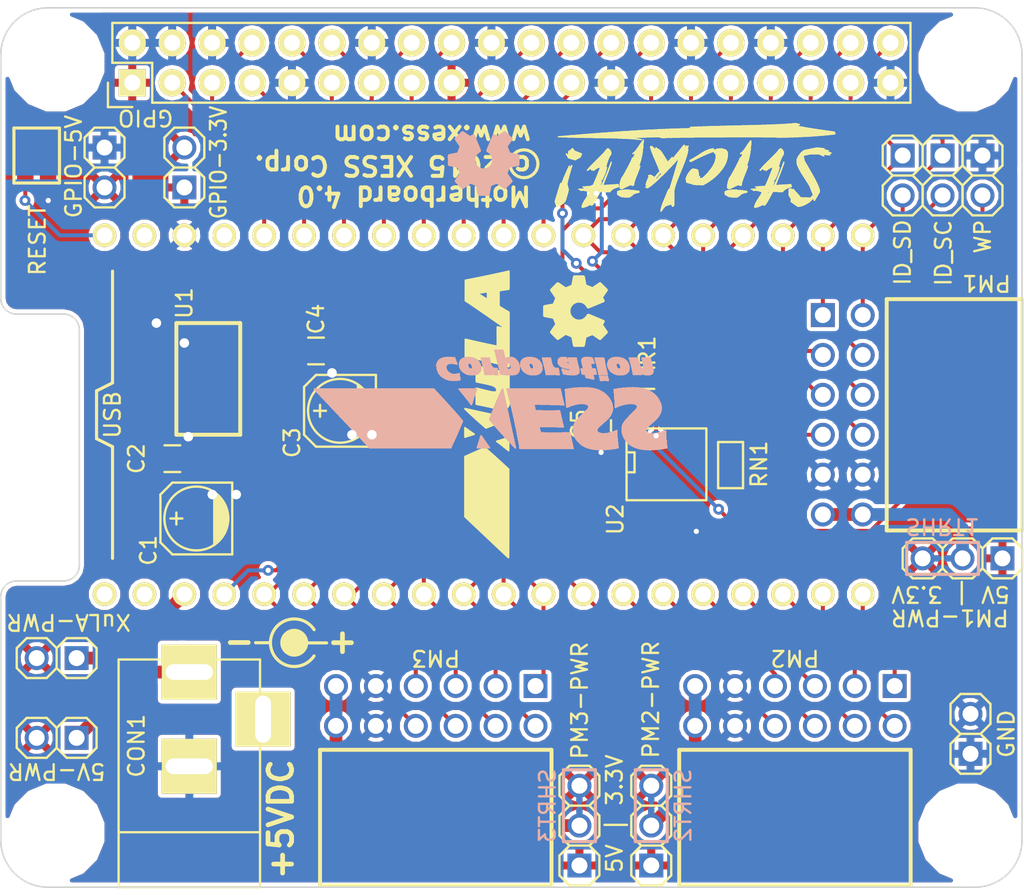
<source format=kicad_pcb>
(kicad_pcb (version 4) (host pcbnew "(2015-03-15 BZR 5517)-product")
  (title_block (title "StickIt! Motherboard / Raspberry Pi B+ Hat") (date "Thursday, April 02, 2015") (rev 4.0) (company "XESS Corp.") (comment 1 "(c) 2015") (comment 2 CC-BY-SA))
  (layers (0 F.Cu signal) (31 B.Cu signal) (34 B.Paste user hide) (35 F.Paste user hide) (36 B.SilkS user) (37 F.SilkS user) (38 B.Mask user) (39 F.Mask user) (44 Edge.Cuts user))
  (net 0 "")
  (net 1 "Net-(J1-Pad1)")
  (net 2 "Net-(CON1-Pad1)")
  (net 3 "Net-(CON1-Pad3)")
  (net 4 +3.3V)
  (net 5 +5V)
  (net 6 GND)
  (net 7 "Net-(J4-Pad1)")
  (net 8 "Net-(J5-Pad1)")
  (net 9 CHAN6)
  (net 10 CHAN5)
  (net 11 CHAN4)
  (net 12 CHAN2)
  (net 13 CHAN3)
  (net 14 CHAN0)
  (net 15 CHAN1)
  (net 16 CHANCLK)
  (net 17 +5V-XuLA)
  (net 18 CHAN31)
  (net 19 CHAN30)
  (net 20 CHAN29)
  (net 21 CHAN28)
  (net 22 CHAN27)
  (net 23 CHAN26)
  (net 24 CHAN25)
  (net 25 CHAN24)
  (net 26 CHAN23)
  (net 27 CHAN22)
  (net 28 CHAN21)
  (net 29 CHAN20)
  (net 30 CHAN19)
  (net 31 CHAN18)
  (net 32 CHAN17)
  (net 33 CHAN16)
  (net 34 CHAN15)
  (net 35 CHAN7)
  (net 36 CHAN8)
  (net 37 CHAN9)
  (net 38 CHAN10)
  (net 39 CHAN11)
  (net 40 CHAN12)
  (net 41 CHAN13)
  (net 42 CHAN14)
  (net 43 ID_SD)
  (net 44 ID_SC)
  (net 45 "Net-(J3-Pad1)")
  (net 46 +5V-RPi)
  (net 47 +3.3V-RPi)
  (net 48 "Net-(J1-Pad2)")
  (net 49 "Net-(J1-Pad37)")
  (net 50 "Net-(J1-Pad39)")
  (net 51 "Net-(J1-Pad40)")
  (net 52 "Net-(JP8-Pad2)")
  (module XESS:oshw-logo2 (layer B.Cu) (at 30.734 10.414)
    (fp_text reference "" (at 0.69 1.09) (layer B.SilkS) (effects (justify mirror)))
    (fp_text value "" (at 0 0) (layer B.SilkS) (effects (justify mirror)))
  )
  (module XESS:CTS_742C043 (layer F.Cu) (at 46.45 29.62)
    (fp_text reference RN1 (at 1.81 -0.0544 90) (layer F.SilkS))
    (fp_text value 3.9K hide)
    (pad 1 smd rect (at -0.4 0.85) (size 0.45 0.9) (layers F.Cu F.Paste F.Mask) (net 4 +3.3V))
    (pad 2 smd rect (at 0.4 0.85) (size 0.45 0.9) (layers F.Cu F.Paste F.Mask) (net 4 +3.3V))
    (pad 3 smd rect (at 0.4 -0.85) (size 0.45 0.9) (layers F.Cu F.Paste F.Mask) (net 43 ID_SD))
    (pad 4 smd rect (at -0.4 -0.85) (size 0.45 0.9) (layers F.Cu F.Paste F.Mask) (net 44 ID_SC))
  )
  (module Connect:BARREL_JACK (layer F.Cu) (at 12 49 90)
    (fp_text reference CON1 (at 1.502 -3.364 90) (layer F.SilkS))
    (fp_text value BARREL_JACK)
    (pad 1 thru_hole rect (at 6.20014 0 90) (size 3.50012 3.50012) (drill oval 1.00076 2.99974) (layers *.Cu *.Mask F.SilkS) (net 2 "Net-(CON1-Pad1)"))
    (pad 2 thru_hole rect (at 0.20066 0 90) (size 3.50012 3.50012) (drill oval 1.00076 2.99974) (layers *.Cu *.Mask F.SilkS) (net 6 GND))
    (pad 3 thru_hole rect (at 3.2004 4.699 90) (size 3.50012 3.50012) (drill oval 2.99974 1.00076) (layers *.Cu *.Mask F.SilkS) (net 3 "Net-(CON1-Pad3)"))
  )
  (module XESS:xess-JSHORT (layer B.Cu) (at 60.25 35.55 180)
    (fp_text reference J3 hide)
    (fp_text value JSHORTNORMAL hide)
    (fp_line (start 0 0) (end 0.635 0) (layer B.Cu) (width 0.2032))
    (pad 1 smd rect (at 0 0 180) (size 0.4064 0.2032) (layers B.Cu B.Paste B.Mask) (net 45 "Net-(J3-Pad1)"))
    (pad 2 smd rect (at 0.635 0 180) (size 0.4064 0.2032) (layers B.Cu B.Paste B.Mask) (net 4 +3.3V))
  )
  (module XESS:XuLA_IO_Hdr (layer F.Cu) (at 6.604 37.846 90)
    (fp_text reference J1 hide)
    (fp_text value XuLA_IO_HDR hide)
    (pad 1 thru_hole circle (at 0 0 90) (size 1.5 1.5) (drill 1) (layers *.Cu *.Mask F.SilkS) (net 1 "Net-(J1-Pad1)"))
    (pad 2 thru_hole circle (at 0 2.54 90) (size 1.5 1.5) (drill 1) (layers *.Cu *.Mask F.SilkS) (net 48 "Net-(J1-Pad2)"))
    (pad 3 thru_hole circle (at 0 5.08 90) (size 1.5 1.5) (drill 1) (layers *.Cu *.Mask F.SilkS) (net 17 +5V-XuLA))
    (pad 4 thru_hole circle (at 0 7.62 90) (size 1.5 1.5) (drill 1) (layers *.Cu *.Mask F.SilkS) (net 18 CHAN31))
    (pad 5 thru_hole circle (at 0 10.16 90) (size 1.5 1.5) (drill 1) (layers *.Cu *.Mask F.SilkS) (net 19 CHAN30))
    (pad 6 thru_hole circle (at 0 12.7 90) (size 1.5 1.5) (drill 1) (layers *.Cu *.Mask F.SilkS) (net 20 CHAN29))
    (pad 7 thru_hole circle (at 0 15.24 90) (size 1.5 1.5) (drill 1) (layers *.Cu *.Mask F.SilkS) (net 21 CHAN28))
    (pad 8 thru_hole circle (at 0 17.78 90) (size 1.5 1.5) (drill 1) (layers *.Cu *.Mask F.SilkS) (net 22 CHAN27))
    (pad 9 thru_hole circle (at 0 20.32 90) (size 1.5 1.5) (drill 1) (layers *.Cu *.Mask F.SilkS) (net 23 CHAN26))
    (pad 10 thru_hole circle (at 0 22.86 90) (size 1.5 1.5) (drill 1) (layers *.Cu *.Mask F.SilkS) (net 24 CHAN25))
    (pad 11 thru_hole circle (at 0 25.4 90) (size 1.5 1.5) (drill 1) (layers *.Cu *.Mask F.SilkS) (net 25 CHAN24))
    (pad 12 thru_hole circle (at 0 27.94 90) (size 1.5 1.5) (drill 1) (layers *.Cu *.Mask F.SilkS) (net 26 CHAN23))
    (pad 13 thru_hole circle (at 0 30.48 90) (size 1.5 1.5) (drill 1) (layers *.Cu *.Mask F.SilkS) (net 27 CHAN22))
    (pad 14 thru_hole circle (at 0 33.02 90) (size 1.5 1.5) (drill 1) (layers *.Cu *.Mask F.SilkS) (net 28 CHAN21))
    (pad 15 thru_hole circle (at 0 35.56 90) (size 1.5 1.5) (drill 1) (layers *.Cu *.Mask F.SilkS) (net 29 CHAN20))
    (pad 16 thru_hole circle (at 0 38.1 90) (size 1.5 1.5) (drill 1) (layers *.Cu *.Mask F.SilkS) (net 30 CHAN19))
    (pad 17 thru_hole circle (at 0 40.64 90) (size 1.5 1.5) (drill 1) (layers *.Cu *.Mask F.SilkS) (net 31 CHAN18))
    (pad 18 thru_hole circle (at 0 43.18 90) (size 1.5 1.5) (drill 1) (layers *.Cu *.Mask F.SilkS) (net 32 CHAN17))
    (pad 19 thru_hole circle (at 0 45.72 90) (size 1.5 1.5) (drill 1) (layers *.Cu *.Mask F.SilkS) (net 33 CHAN16))
    (pad 20 thru_hole circle (at 0 48.26 90) (size 1.5 1.5) (drill 1) (layers *.Cu *.Mask F.SilkS) (net 34 CHAN15))
    (pad 21 thru_hole circle (at 22.86 48.26 90) (size 1.5 1.5) (drill 1) (layers *.Cu *.Mask F.SilkS) (net 16 CHANCLK))
    (pad 22 thru_hole circle (at 22.86 45.72 90) (size 1.5 1.5) (drill 1) (layers *.Cu *.Mask F.SilkS) (net 14 CHAN0))
    (pad 23 thru_hole circle (at 22.86 43.18 90) (size 1.5 1.5) (drill 1) (layers *.Cu *.Mask F.SilkS) (net 15 CHAN1))
    (pad 24 thru_hole circle (at 22.86 40.64 90) (size 1.5 1.5) (drill 1) (layers *.Cu *.Mask F.SilkS) (net 12 CHAN2))
    (pad 25 thru_hole circle (at 22.86 38.1 90) (size 1.5 1.5) (drill 1) (layers *.Cu *.Mask F.SilkS) (net 13 CHAN3))
    (pad 26 thru_hole circle (at 22.86 35.56 90) (size 1.5 1.5) (drill 1) (layers *.Cu *.Mask F.SilkS) (net 11 CHAN4))
    (pad 27 thru_hole circle (at 22.86 33.02 90) (size 1.5 1.5) (drill 1) (layers *.Cu *.Mask F.SilkS) (net 10 CHAN5))
    (pad 28 thru_hole circle (at 22.86 30.48 90) (size 1.5 1.5) (drill 1) (layers *.Cu *.Mask F.SilkS) (net 9 CHAN6))
    (pad 29 thru_hole circle (at 22.86 27.94 90) (size 1.5 1.5) (drill 1) (layers *.Cu *.Mask F.SilkS) (net 35 CHAN7))
    (pad 30 thru_hole circle (at 22.86 25.4 90) (size 1.5 1.5) (drill 1) (layers *.Cu *.Mask F.SilkS) (net 36 CHAN8))
    (pad 31 thru_hole circle (at 22.86 22.86 90) (size 1.5 1.5) (drill 1) (layers *.Cu *.Mask F.SilkS) (net 37 CHAN9))
    (pad 32 thru_hole circle (at 22.86 20.32 90) (size 1.5 1.5) (drill 1) (layers *.Cu *.Mask F.SilkS) (net 38 CHAN10))
    (pad 33 thru_hole circle (at 22.86 17.78 90) (size 1.5 1.5) (drill 1) (layers *.Cu *.Mask F.SilkS) (net 39 CHAN11))
    (pad 34 thru_hole circle (at 22.86 15.24 90) (size 1.5 1.5) (drill 1) (layers *.Cu *.Mask F.SilkS) (net 40 CHAN12))
    (pad 35 thru_hole circle (at 22.86 12.7 90) (size 1.5 1.5) (drill 1) (layers *.Cu *.Mask F.SilkS) (net 41 CHAN13))
    (pad 36 thru_hole circle (at 22.86 10.16 90) (size 1.5 1.5) (drill 1) (layers *.Cu *.Mask F.SilkS) (net 42 CHAN14))
    (pad 37 thru_hole circle (at 22.86 7.62 90) (size 1.5 1.5) (drill 1) (layers *.Cu *.Mask F.SilkS) (net 49 "Net-(J1-Pad37)"))
    (pad 38 thru_hole circle (at 22.86 5.08 90) (size 1.5 1.5) (drill 1) (layers *.Cu *.Mask F.SilkS) (net 6 GND))
    (pad 39 thru_hole circle (at 22.86 2.54 90) (size 1.5 1.5) (drill 1) (layers *.Cu *.Mask F.SilkS) (net 50 "Net-(J1-Pad39)"))
    (pad 40 thru_hole circle (at 22.86 0 90) (size 1.5 1.5) (drill 1) (layers *.Cu *.Mask F.SilkS) (net 51 "Net-(J1-Pad40)"))
  )
  (module XESS:SW_EVP-AA002 (layer F.Cu) (at 2.286 9.906 90)
    (fp_text reference SW1 hide)
    (fp_text value SW_PUSH hide)
    (pad 1 smd rect (at -1.675 -0.725 90) (size 1.15 1.05) (layers F.Cu F.Paste F.Mask) (net 51 "Net-(J1-Pad40)"))
    (pad 1' smd rect (at 1.675 -0.725 90) (size 1.15 1.05) (layers F.Cu F.Paste F.Mask))
    (pad 2 smd rect (at -1.675 0.725 90) (size 1.15 1.05) (layers F.Cu F.Paste F.Mask) (net 6 GND))
    (pad 2' smd rect (at 1.675 0.725 90) (size 1.15 1.05) (layers F.Cu F.Paste F.Mask))
  )
  (module XESS:SOT-223 (layer F.Cu) (at 13.208 24.13)
    (fp_text reference U1 (at -1.524 -4.826 90) (layer F.SilkS))
    (fp_text value NCV1117)
    (pad 4 smd rect (at 3.302 0 270) (size 3.6576 2.032) (layers F.Cu F.Paste F.Mask) (net 4 +3.3V))
    (pad 2 smd rect (at -3.302 0 270) (size 1.016 2.032) (layers F.Cu F.Paste F.Mask) (net 4 +3.3V))
    (pad 3 smd rect (at -3.302 2.286 270) (size 1.016 2.032) (layers F.Cu F.Paste F.Mask) (net 5 +5V))
    (pad 1 smd rect (at -3.302 -2.286 270) (size 1.016 2.032) (layers F.Cu F.Paste F.Mask) (net 6 GND))
  )
  (module XESS:xess-JSHORT (layer B.Cu) (at 41.39 51.62 90)
    (fp_text reference J4 hide)
    (fp_text value JSHORTNORMAL hide)
    (fp_line (start 0 0) (end 0.635 0) (layer B.Cu) (width 0.2032))
    (pad 1 smd rect (at 0 0 90) (size 0.4064 0.2032) (layers B.Cu B.Paste B.Mask) (net 7 "Net-(J4-Pad1)"))
    (pad 2 smd rect (at 0.635 0 90) (size 0.4064 0.2032) (layers B.Cu B.Paste B.Mask) (net 4 +3.3V))
  )
  (module XESS:xess-JSHORT (layer B.Cu) (at 36.83 51.63 90)
    (fp_text reference J5 hide)
    (fp_text value JSHORTNORMAL hide)
    (fp_line (start 0 0) (end 0.635 0) (layer B.Cu) (width 0.2032))
    (pad 1 smd rect (at 0 0 90) (size 0.4064 0.2032) (layers B.Cu B.Paste B.Mask) (net 8 "Net-(J5-Pad1)"))
    (pad 2 smd rect (at 0.635 0 90) (size 0.4064 0.2032) (layers B.Cu B.Paste B.Mask) (net 4 +3.3V))
  )
  (module RPi_Hat:Pin_Header_Straight_2x20 (layer F.Cu) (at 32.5 4 90)
    (fp_text reference GPIO1 hide)
    (fp_text value RPi_GPIO hide)
    (pad 1 thru_hole rect (at -1.27 -24.13 90) (size 1.7272 1.7272) (drill 1.016) (layers *.Cu *.Mask F.SilkS) (net 47 +3.3V-RPi))
    (pad 2 thru_hole oval (at 1.27 -24.13 90) (size 1.7272 1.7272) (drill 1.016) (layers *.Cu *.Mask F.SilkS) (net 46 +5V-RPi))
    (pad 3 thru_hole oval (at -1.27 -21.59 90) (size 1.7272 1.7272) (drill 1.016) (layers *.Cu *.Mask F.SilkS) (net 18 CHAN31))
    (pad 4 thru_hole oval (at 1.27 -21.59 90) (size 1.7272 1.7272) (drill 1.016) (layers *.Cu *.Mask F.SilkS) (net 46 +5V-RPi))
    (pad 5 thru_hole oval (at -1.27 -19.05 90) (size 1.7272 1.7272) (drill 1.016) (layers *.Cu *.Mask F.SilkS) (net 19 CHAN30))
    (pad 6 thru_hole oval (at 1.27 -19.05 90) (size 1.7272 1.7272) (drill 1.016) (layers *.Cu *.Mask F.SilkS) (net 6 GND))
    (pad 7 thru_hole oval (at -1.27 -16.51 90) (size 1.7272 1.7272) (drill 1.016) (layers *.Cu *.Mask F.SilkS) (net 20 CHAN29))
    (pad 8 thru_hole oval (at 1.27 -16.51 90) (size 1.7272 1.7272) (drill 1.016) (layers *.Cu *.Mask F.SilkS) (net 42 CHAN14))
    (pad 9 thru_hole oval (at -1.27 -13.97 90) (size 1.7272 1.7272) (drill 1.016) (layers *.Cu *.Mask F.SilkS) (net 6 GND))
    (pad 10 thru_hole oval (at 1.27 -13.97 90) (size 1.7272 1.7272) (drill 1.016) (layers *.Cu *.Mask F.SilkS) (net 41 CHAN13))
    (pad 11 thru_hole oval (at -1.27 -11.43 90) (size 1.7272 1.7272) (drill 1.016) (layers *.Cu *.Mask F.SilkS) (net 21 CHAN28))
    (pad 12 thru_hole oval (at 1.27 -11.43 90) (size 1.7272 1.7272) (drill 1.016) (layers *.Cu *.Mask F.SilkS) (net 40 CHAN12))
    (pad 13 thru_hole oval (at -1.27 -8.89 90) (size 1.7272 1.7272) (drill 1.016) (layers *.Cu *.Mask F.SilkS) (net 22 CHAN27))
    (pad 14 thru_hole oval (at 1.27 -8.89 90) (size 1.7272 1.7272) (drill 1.016) (layers *.Cu *.Mask F.SilkS) (net 6 GND))
    (pad 15 thru_hole oval (at -1.27 -6.35 90) (size 1.7272 1.7272) (drill 1.016) (layers *.Cu *.Mask F.SilkS) (net 23 CHAN26))
    (pad 16 thru_hole oval (at 1.27 -6.35 90) (size 1.7272 1.7272) (drill 1.016) (layers *.Cu *.Mask F.SilkS) (net 39 CHAN11))
    (pad 17 thru_hole oval (at -1.27 -3.81 90) (size 1.7272 1.7272) (drill 1.016) (layers *.Cu *.Mask F.SilkS) (net 47 +3.3V-RPi))
    (pad 18 thru_hole oval (at 1.27 -3.81 90) (size 1.7272 1.7272) (drill 1.016) (layers *.Cu *.Mask F.SilkS) (net 38 CHAN10))
    (pad 19 thru_hole oval (at -1.27 -1.27 90) (size 1.7272 1.7272) (drill 1.016) (layers *.Cu *.Mask F.SilkS) (net 24 CHAN25))
    (pad 20 thru_hole oval (at 1.27 -1.27 90) (size 1.7272 1.7272) (drill 1.016) (layers *.Cu *.Mask F.SilkS) (net 6 GND))
    (pad 21 thru_hole oval (at -1.27 1.27 90) (size 1.7272 1.7272) (drill 1.016) (layers *.Cu *.Mask F.SilkS) (net 25 CHAN24))
    (pad 22 thru_hole oval (at 1.27 1.27 90) (size 1.7272 1.7272) (drill 1.016) (layers *.Cu *.Mask F.SilkS) (net 37 CHAN9))
    (pad 23 thru_hole oval (at -1.27 3.81 90) (size 1.7272 1.7272) (drill 1.016) (layers *.Cu *.Mask F.SilkS) (net 26 CHAN23))
    (pad 24 thru_hole oval (at 1.27 3.81 90) (size 1.7272 1.7272) (drill 1.016) (layers *.Cu *.Mask F.SilkS) (net 36 CHAN8))
    (pad 25 thru_hole oval (at -1.27 6.35 90) (size 1.7272 1.7272) (drill 1.016) (layers *.Cu *.Mask F.SilkS) (net 6 GND))
    (pad 26 thru_hole oval (at 1.27 6.35 90) (size 1.7272 1.7272) (drill 1.016) (layers *.Cu *.Mask F.SilkS) (net 35 CHAN7))
    (pad 27 thru_hole oval (at -1.27 8.89 90) (size 1.7272 1.7272) (drill 1.016) (layers *.Cu *.Mask F.SilkS) (net 43 ID_SD))
    (pad 28 thru_hole oval (at 1.27 8.89 90) (size 1.7272 1.7272) (drill 1.016) (layers *.Cu *.Mask F.SilkS) (net 44 ID_SC))
    (pad 29 thru_hole oval (at -1.27 11.43 90) (size 1.7272 1.7272) (drill 1.016) (layers *.Cu *.Mask F.SilkS) (net 27 CHAN22))
    (pad 30 thru_hole oval (at 1.27 11.43 90) (size 1.7272 1.7272) (drill 1.016) (layers *.Cu *.Mask F.SilkS) (net 6 GND))
    (pad 31 thru_hole oval (at -1.27 13.97 90) (size 1.7272 1.7272) (drill 1.016) (layers *.Cu *.Mask F.SilkS) (net 10 CHAN5))
    (pad 32 thru_hole oval (at 1.27 13.97 90) (size 1.7272 1.7272) (drill 1.016) (layers *.Cu *.Mask F.SilkS) (net 9 CHAN6))
    (pad 33 thru_hole oval (at -1.27 16.51 90) (size 1.7272 1.7272) (drill 1.016) (layers *.Cu *.Mask F.SilkS) (net 11 CHAN4))
    (pad 34 thru_hole oval (at 1.27 16.51 90) (size 1.7272 1.7272) (drill 1.016) (layers *.Cu *.Mask F.SilkS) (net 6 GND))
    (pad 35 thru_hole oval (at -1.27 19.05 90) (size 1.7272 1.7272) (drill 1.016) (layers *.Cu *.Mask F.SilkS) (net 12 CHAN2))
    (pad 36 thru_hole oval (at 1.27 19.05 90) (size 1.7272 1.7272) (drill 1.016) (layers *.Cu *.Mask F.SilkS) (net 13 CHAN3))
    (pad 37 thru_hole oval (at -1.27 21.59 90) (size 1.7272 1.7272) (drill 1.016) (layers *.Cu *.Mask F.SilkS) (net 14 CHAN0))
    (pad 38 thru_hole oval (at 1.27 21.59 90) (size 1.7272 1.7272) (drill 1.016) (layers *.Cu *.Mask F.SilkS) (net 15 CHAN1))
    (pad 39 thru_hole oval (at -1.27 24.13 90) (size 1.7272 1.7272) (drill 1.016) (layers *.Cu *.Mask F.SilkS) (net 6 GND))
    (pad 40 thru_hole oval (at 1.27 24.13 90) (size 1.7272 1.7272) (drill 1.016) (layers *.Cu *.Mask F.SilkS) (net 16 CHANCLK))
  )
  (module XESS:HDR_1x2 (layer F.Cu) (at 3.556 41.91 180)
    (fp_text reference JP5 hide)
    (fp_text value JUMPER hide)
    (pad 1 thru_hole rect (at -1.27 0 180) (size 1.524 1.524) (drill 1.016) (layers *.Cu *.Mask) (net 17 +5V-XuLA))
    (pad 2 thru_hole circle (at 1.27 0 180) (size 1.524 1.524) (drill 1.016) (layers *.Cu *.Mask) (net 5 +5V))
  )
  (module XESS:HDR_1x2 (layer F.Cu) (at 3.556 46.99 180)
    (fp_text reference JP6 hide)
    (fp_text value JUMPER hide)
    (pad 1 thru_hole rect (at -1.27 0 180) (size 1.524 1.524) (drill 1.016) (layers *.Cu *.Mask) (net 2 "Net-(CON1-Pad1)"))
    (pad 2 thru_hole circle (at 1.27 0 180) (size 1.524 1.524) (drill 1.016) (layers *.Cu *.Mask) (net 5 +5V))
  )
  (module XESS:HDR_1x3 (layer F.Cu) (at 61.214 35.56 180)
    (fp_text reference JP1 hide)
    (fp_text value JUMPER3 hide)
    (pad 1 thru_hole rect (at -2.54 0 180) (size 1.524 1.524) (drill 1.016) (layers *.Cu *.Mask) (net 5 +5V))
    (pad 2 thru_hole circle (at 0 0 180) (size 1.524 1.524) (drill 1.016) (layers *.Cu *.Mask) (net 45 "Net-(J3-Pad1)"))
    (pad 3 thru_hole circle (at 2.54 0 180) (size 1.524 1.524) (drill 1.016) (layers *.Cu *.Mask) (net 4 +3.3V))
  )
  (module XESS:HDR_1x3 (layer F.Cu) (at 41.402 52.578 90)
    (fp_text reference JP2 hide)
    (fp_text value JUMPER3 hide)
    (pad 1 thru_hole rect (at -2.54 0 90) (size 1.524 1.524) (drill 1.016) (layers *.Cu *.Mask) (net 5 +5V))
    (pad 2 thru_hole circle (at 0 0 90) (size 1.524 1.524) (drill 1.016) (layers *.Cu *.Mask) (net 7 "Net-(J4-Pad1)"))
    (pad 3 thru_hole circle (at 2.54 0 90) (size 1.524 1.524) (drill 1.016) (layers *.Cu *.Mask) (net 4 +3.3V))
  )
  (module XESS:HDR_1x3 (layer F.Cu) (at 36.83 52.578 90)
    (fp_text reference JP3 hide)
    (fp_text value JUMPER3 hide)
    (pad 1 thru_hole rect (at -2.54 0 90) (size 1.524 1.524) (drill 1.016) (layers *.Cu *.Mask) (net 5 +5V))
    (pad 2 thru_hole circle (at 0 0 90) (size 1.524 1.524) (drill 1.016) (layers *.Cu *.Mask) (net 8 "Net-(J5-Pad1)"))
    (pad 3 thru_hole circle (at 2.54 0 90) (size 1.524 1.524) (drill 1.016) (layers *.Cu *.Mask) (net 4 +3.3V))
  )
  (module Capacitors_SMD:c_elec_4x5.7 (layer F.Cu) (at 12.446 33.02 180)
    (fp_text reference C1 (at 3.048 -2.032 270) (layer F.SilkS))
    (fp_text value 22uF)
    (pad 1 smd rect (at 1.80086 0 180) (size 2.60096 1.6002) (layers F.Cu F.Paste F.Mask) (net 5 +5V))
    (pad 2 smd rect (at -1.80086 0 180) (size 2.60096 1.6002) (layers F.Cu F.Paste F.Mask) (net 6 GND))
  )
  (module Capacitors_SMD:C_0805 (layer F.Cu) (at 10.922 29.21)
    (fp_text reference C2 (at -2.286 0 90) (layer F.SilkS))
    (fp_text value 4.7uF)
    (pad 1 smd rect (at -1 0) (size 1 1.25) (layers F.Cu F.Paste F.Mask) (net 5 +5V))
    (pad 2 smd rect (at 1 0) (size 1 1.25) (layers F.Cu F.Paste F.Mask) (net 6 GND))
  )
  (module Capacitors_SMD:c_elec_4x5.7 (layer F.Cu) (at 21.59 26.162 180)
    (fp_text reference C3 (at 3.048 -2.032 270) (layer F.SilkS))
    (fp_text value 22uF)
    (pad 1 smd rect (at 1.80086 0 180) (size 2.60096 1.6002) (layers F.Cu F.Paste F.Mask) (net 4 +3.3V))
    (pad 2 smd rect (at -1.80086 0 180) (size 2.60096 1.6002) (layers F.Cu F.Paste F.Mask) (net 6 GND))
  )
  (module Capacitors_SMD:C_0805 (layer F.Cu) (at 20.066 22.352)
    (fp_text reference C4 (at 0 -2.032 90) (layer F.SilkS))
    (fp_text value 4.7uF)
    (pad 1 smd rect (at -1 0) (size 1 1.25) (layers F.Cu F.Paste F.Mask) (net 4 +3.3V))
    (pad 2 smd rect (at 1 0) (size 1 1.25) (layers F.Cu F.Paste F.Mask) (net 6 GND))
  )
  (module Capacitors_SMD:C_0603 (layer F.Cu) (at 38.24 27.11 270)
    (fp_text reference C5 (at -0.0844 1.41 270) (layer F.SilkS))
    (fp_text value 0.1uF)
    (pad 1 smd rect (at -0.75 0 270) (size 0.8 0.75) (layers F.Cu F.Paste F.Mask) (net 4 +3.3V))
    (pad 2 smd rect (at 0.75 0 270) (size 0.8 0.75) (layers F.Cu F.Paste F.Mask) (net 6 GND))
  )
  (module XESS:HDR_1x2 (layer F.Cu) (at 62.484 11.176 270)
    (fp_text reference JP8 hide)
    (fp_text value JUMPER hide)
    (pad 1 thru_hole rect (at -1.27 0 270) (size 1.524 1.524) (drill 1.016) (layers *.Cu *.Mask) (net 6 GND))
    (pad 2 thru_hole circle (at 1.27 0 270) (size 1.524 1.524) (drill 1.016) (layers *.Cu *.Mask) (net 52 "Net-(JP8-Pad2)"))
  )
  (module XESS:HDR_1x2 (layer F.Cu) (at 59.944 11.176 270)
    (fp_text reference JP9 hide)
    (fp_text value JUMPER hide)
    (pad 1 thru_hole rect (at -1.27 0 270) (size 1.524 1.524) (drill 1.016) (layers *.Cu *.Mask) (net 16 CHANCLK))
    (pad 2 thru_hole circle (at 1.27 0 270) (size 1.524 1.524) (drill 1.016) (layers *.Cu *.Mask) (net 44 ID_SC))
  )
  (module XESS:HDR_1x2 (layer F.Cu) (at 57.404 11.176 270)
    (fp_text reference JP10 hide)
    (fp_text value JUMPER hide)
    (pad 1 thru_hole rect (at -1.27 0 270) (size 1.524 1.524) (drill 1.016) (layers *.Cu *.Mask) (net 14 CHAN0))
    (pad 2 thru_hole circle (at 1.27 0 270) (size 1.524 1.524) (drill 1.016) (layers *.Cu *.Mask) (net 43 ID_SD))
  )
  (module Resistors_SMD:R_0603 (layer F.Cu) (at 41.09 24.09)
    (fp_text reference R1 (at 0.058 -1.738 270) (layer F.SilkS))
    (fp_text value 1K)
    (pad 1 smd rect (at -0.75 0) (size 0.5 0.9) (layers F.Cu F.Paste F.Mask) (net 4 +3.3V))
    (pad 2 smd rect (at 0.75 0) (size 0.5 0.9) (layers F.Cu F.Paste F.Mask) (net 52 "Net-(JP8-Pad2)"))
  )
  (module SMD_Packages:SOIC-8-N (layer F.Cu) (at 42.37 29.57)
    (fp_text reference U2 (at -3.254 3.5008 90) (layer F.SilkS))
    (fp_text value EEPROM_I2C)
    (pad 8 smd rect (at -1.905 -3.175) (size 0.508 1.143) (layers F.Cu F.Paste F.Mask) (net 4 +3.3V))
    (pad 7 smd rect (at -0.635 -3.175) (size 0.508 1.143) (layers F.Cu F.Paste F.Mask) (net 52 "Net-(JP8-Pad2)"))
    (pad 6 smd rect (at 0.635 -3.175) (size 0.508 1.143) (layers F.Cu F.Paste F.Mask) (net 44 ID_SC))
    (pad 5 smd rect (at 1.905 -3.175) (size 0.508 1.143) (layers F.Cu F.Paste F.Mask) (net 43 ID_SD))
    (pad 4 smd rect (at 1.905 3.175) (size 0.508 1.143) (layers F.Cu F.Paste F.Mask) (net 6 GND))
    (pad 3 smd rect (at 0.635 3.175) (size 0.508 1.143) (layers F.Cu F.Paste F.Mask) (net 6 GND))
    (pad 2 smd rect (at -0.635 3.175) (size 0.508 1.143) (layers F.Cu F.Paste F.Mask) (net 6 GND))
    (pad 1 smd rect (at -1.905 3.175) (size 0.508 1.143) (layers F.Cu F.Paste F.Mask) (net 6 GND))
  )
  (module XESS:HDR_1x2 (layer F.Cu) (at 6.604 10.668 270)
    (fp_text reference JP4 hide)
    (fp_text value JUMPER hide)
    (pad 1 thru_hole rect (at -1.27 0 270) (size 1.524 1.524) (drill 1.016) (layers *.Cu *.Mask) (net 46 +5V-RPi))
    (pad 2 thru_hole circle (at 1.27 0 270) (size 1.524 1.524) (drill 1.016) (layers *.Cu *.Mask) (net 5 +5V))
  )
  (module XESS:HDR_1x2 (layer F.Cu) (at 11.684 10.668 90)
    (fp_text reference JP7 hide)
    (fp_text value JUMPER hide)
    (pad 1 thru_hole rect (at -1.27 0 90) (size 1.524 1.524) (drill 1.016) (layers *.Cu *.Mask) (net 4 +3.3V))
    (pad 2 thru_hole circle (at 1.27 0 90) (size 1.524 1.524) (drill 1.016) (layers *.Cu *.Mask) (net 47 +3.3V-RPi))
  )
  (module RPi_Hat:RPi_Hat_Mounting_Hole (layer F.Cu) (at 3.5 4)
    (fp_text reference "" hide)
    (fp_text value "" hide)
    (pad "" np_thru_hole circle (at 0 0) (size 2.75 2.75) (drill 2.75) (layers *.Cu *.Mask) (clearance 1.725))
  )
  (module RPi_Hat:RPi_Hat_Mounting_Hole (layer F.Cu) (at 3.5 53)
    (fp_text reference "" hide)
    (fp_text value "" hide)
    (pad "" np_thru_hole circle (at 0 0) (size 2.75 2.75) (drill 2.75) (layers *.Cu *.Mask) (clearance 1.725))
  )
  (module RPi_Hat:RPi_Hat_Mounting_Hole (layer F.Cu) (at 61.5 53)
    (fp_text reference "" hide)
    (fp_text value "" hide)
    (pad "" np_thru_hole circle (at 0 0) (size 2.75 2.75) (drill 2.75) (layers *.Cu *.Mask) (clearance 1.725))
  )
  (module RPi_Hat:RPi_Hat_Mounting_Hole (layer F.Cu) (at 61.5 4)
    (fp_text reference "" hide)
    (fp_text value "" hide)
    (pad "" np_thru_hole circle (at 0 0) (size 2.75 2.75) (drill 2.75) (layers *.Cu *.Mask) (clearance 1.725))
  )
  (module XESS:oshw-logo2 (layer F.Cu) (at 36.576 19.812 90)
    (fp_text reference "" (at 0.69 -1.09 90) (layer F.SilkS))
    (fp_text value "" (at 0 0 90) (layer F.SilkS))
  )
  (module "XESS Logos:xess-LOGO-STICKIT-700X200" (layer F.Cu) (at 53.086 7.874 180)
    (fp_text reference "" (at 0 0 180) (layer F.SilkS))
    (fp_text value "" (at 0 0 180) (layer F.SilkS))
  )
  (module "XESS Logos:LOGO-XULA-18x3" (layer F.Cu) (at 30.97 26.18 90)
    (fp_text reference G*** hide)
    (fp_text value LOGO hide)
  )
  (module "XESS Logos:xess-LOGO-XESS-900X250" (layer B.Cu) (at 19.99 24.65)
    (fp_text reference "" (at 0 0) (layer B.SilkS) (effects (justify mirror)))
    (fp_text value "" (at 0 0) (layer B.SilkS) (effects (justify mirror)))
  )
  (module XESS:HDR_1x2 (layer F.Cu) (at 61.722 46.736 90)
    (fp_text reference TP1 hide)
    (fp_text value JUMPER hide)
    (pad 1 thru_hole rect (at -1.27 0 90) (size 1.524 1.524) (drill 1.016) (layers *.Cu *.Mask) (net 6 GND))
    (pad 2 thru_hole circle (at 1.27 0 90) (size 1.524 1.524) (drill 1.016) (layers *.Cu *.Mask) (net 6 GND))
  )
  (module XESS:PMOD_SCKT-12 (layer F.Cu) (at 27.686 44.958 270)
    (fp_text reference PM3 hide)
    (fp_text value PMOD_SCKT-12 hide)
    (pad 9 thru_hole circle (at 1.27 -1.27 180) (size 1.524 1.524) (drill 1.016) (layers *.Cu *.Mask) (net 21 CHAN28))
    (pad 1 thru_hole rect (at -1.27 -6.35 270) (size 1.524 1.524) (drill 1.016) (layers *.Cu *.Mask) (net 26 CHAN23))
    (pad 3 thru_hole circle (at -1.27 -1.27 180) (size 1.524 1.524) (drill 1.016) (layers *.Cu *.Mask) (net 22 CHAN27))
    (pad 5 thru_hole circle (at -1.27 3.81 180) (size 1.524 1.524) (drill 1.016) (layers *.Cu *.Mask) (net 6 GND))
    (pad 7 thru_hole circle (at 1.27 -6.35 180) (size 1.524 1.524) (drill 1.016) (layers *.Cu *.Mask) (net 25 CHAN24))
    (pad 11 thru_hole circle (at 1.27 3.81 180) (size 1.524 1.524) (drill 1.016) (layers *.Cu *.Mask) (net 6 GND))
    (pad 10 thru_hole circle (at 1.27 1.27 180) (size 1.524 1.524) (drill 1.016) (layers *.Cu *.Mask) (net 19 CHAN30))
    (pad 2 thru_hole circle (at -1.27 -3.81 180) (size 1.524 1.524) (drill 1.016) (layers *.Cu *.Mask) (net 24 CHAN25))
    (pad 4 thru_hole circle (at -1.27 1.27 180) (size 1.524 1.524) (drill 1.016) (layers *.Cu *.Mask) (net 20 CHAN29))
    (pad 6 thru_hole circle (at -1.27 6.35 180) (size 1.524 1.524) (drill 1.016) (layers *.Cu *.Mask) (net 8 "Net-(J5-Pad1)"))
    (pad 8 thru_hole circle (at 1.27 -3.81 180) (size 1.524 1.524) (drill 1.016) (layers *.Cu *.Mask) (net 23 CHAN26))
    (pad 12 thru_hole circle (at 1.27 6.35 180) (size 1.524 1.524) (drill 1.016) (layers *.Cu *.Mask) (net 8 "Net-(J5-Pad1)"))
  )
  (module XESS:PMOD_SCKT-12 (layer F.Cu) (at 50.546 44.958 270)
    (fp_text reference PM2 hide)
    (fp_text value PMOD_SCKT-12 hide)
    (pad 9 thru_hole circle (at 1.27 -1.27 180) (size 1.524 1.524) (drill 1.016) (layers *.Cu *.Mask) (net 29 CHAN20))
    (pad 1 thru_hole rect (at -1.27 -6.35 270) (size 1.524 1.524) (drill 1.016) (layers *.Cu *.Mask) (net 34 CHAN15))
    (pad 3 thru_hole circle (at -1.27 -1.27 180) (size 1.524 1.524) (drill 1.016) (layers *.Cu *.Mask) (net 30 CHAN19))
    (pad 5 thru_hole circle (at -1.27 3.81 180) (size 1.524 1.524) (drill 1.016) (layers *.Cu *.Mask) (net 6 GND))
    (pad 7 thru_hole circle (at 1.27 -6.35 180) (size 1.524 1.524) (drill 1.016) (layers *.Cu *.Mask) (net 33 CHAN16))
    (pad 11 thru_hole circle (at 1.27 3.81 180) (size 1.524 1.524) (drill 1.016) (layers *.Cu *.Mask) (net 6 GND))
    (pad 10 thru_hole circle (at 1.27 1.27 180) (size 1.524 1.524) (drill 1.016) (layers *.Cu *.Mask) (net 27 CHAN22))
    (pad 2 thru_hole circle (at -1.27 -3.81 180) (size 1.524 1.524) (drill 1.016) (layers *.Cu *.Mask) (net 32 CHAN17))
    (pad 4 thru_hole circle (at -1.27 1.27 180) (size 1.524 1.524) (drill 1.016) (layers *.Cu *.Mask) (net 28 CHAN21))
    (pad 6 thru_hole circle (at -1.27 6.35 180) (size 1.524 1.524) (drill 1.016) (layers *.Cu *.Mask) (net 7 "Net-(J4-Pad1)"))
    (pad 8 thru_hole circle (at 1.27 -3.81 180) (size 1.524 1.524) (drill 1.016) (layers *.Cu *.Mask) (net 31 CHAN18))
    (pad 12 thru_hole circle (at 1.27 6.35 180) (size 1.524 1.524) (drill 1.016) (layers *.Cu *.Mask) (net 7 "Net-(J4-Pad1)"))
  )
  (module XESS:PMOD_SCKT-12 (layer F.Cu) (at 53.594 26.416)
    (fp_text reference PM1 hide)
    (fp_text value PMOD_SCKT-12 hide)
    (pad 9 thru_hole circle (at 1.27 -1.27 270) (size 1.524 1.524) (drill 1.016) (layers *.Cu *.Mask) (net 13 CHAN3))
    (pad 1 thru_hole rect (at -1.27 -6.35) (size 1.524 1.524) (drill 1.016) (layers *.Cu *.Mask) (net 14 CHAN0))
    (pad 3 thru_hole circle (at -1.27 -1.27 270) (size 1.524 1.524) (drill 1.016) (layers *.Cu *.Mask) (net 11 CHAN4))
    (pad 5 thru_hole circle (at -1.27 3.81 270) (size 1.524 1.524) (drill 1.016) (layers *.Cu *.Mask) (net 6 GND))
    (pad 7 thru_hole circle (at 1.27 -6.35 270) (size 1.524 1.524) (drill 1.016) (layers *.Cu *.Mask) (net 16 CHANCLK))
    (pad 11 thru_hole circle (at 1.27 3.81 270) (size 1.524 1.524) (drill 1.016) (layers *.Cu *.Mask) (net 6 GND))
    (pad 10 thru_hole circle (at 1.27 1.27 270) (size 1.524 1.524) (drill 1.016) (layers *.Cu *.Mask) (net 10 CHAN5))
    (pad 2 thru_hole circle (at -1.27 -3.81 270) (size 1.524 1.524) (drill 1.016) (layers *.Cu *.Mask) (net 12 CHAN2))
    (pad 4 thru_hole circle (at -1.27 1.27 270) (size 1.524 1.524) (drill 1.016) (layers *.Cu *.Mask) (net 9 CHAN6))
    (pad 6 thru_hole circle (at -1.27 6.35 270) (size 1.524 1.524) (drill 1.016) (layers *.Cu *.Mask) (net 45 "Net-(J3-Pad1)"))
    (pad 8 thru_hole circle (at 1.27 -3.81 270) (size 1.524 1.524) (drill 1.016) (layers *.Cu *.Mask) (net 15 CHAN1))
    (pad 12 thru_hole circle (at 1.27 6.35 270) (size 1.524 1.524) (drill 1.016) (layers *.Cu *.Mask) (net 45 "Net-(J3-Pad1)"))
  )
  (gr_text GND (at 64.008 46.736 90) (layer F.SilkS) (effects (font (size 1 1))))
  (gr_text PM1 (at 62.738 18.034 180) (layer F.SilkS) (effects (font (size 1 1))))
  (gr_text PM2 (at 50.546 41.91 180) (layer F.SilkS) (effects (font (size 1 1))))
  (gr_text PM3 (at 27.686 41.91 180) (layer F.SilkS) (effects (font (size 1 1))))
  (gr_text GPIO (at 9.22 7.51 180) (layer F.SilkS) (effects (font (size 1 1))))
  (gr_circle (center 33.3 10.43) (end 34.15 10.68) (layer F.SilkS) (width 0.2))
  (gr_text "Motherboard 4.0\nc 2015 XESS Corp.\nwww.xess.com" (at 33.88 10.54 180) (layer F.SilkS) (effects (font (size 1.2 1.2) (thickness 0.25)) (justify left)))
  (gr_text SHRT3 (at 34.798 51.308 90) (layer B.SilkS) (effects (font (size 1 1)) (justify mirror)))
  (gr_text SHRT2 (at 43.434 51.308 90) (layer B.SilkS) (effects (font (size 1 1)) (justify mirror)))
  (gr_text SHRT1 (at 59.944 33.528 180) (layer B.SilkS) (effects (font (size 1 1)) (justify mirror)))
  (gr_line (start 35.814 49.022) (end 35.814 53.594) (angle 90) (layer B.SilkS) (width 0.2))
  (gr_line (start 37.846 49.022) (end 35.814 49.022) (angle 90) (layer B.SilkS) (width 0.2))
  (gr_line (start 37.846 53.594) (end 37.846 49.022) (angle 90) (layer B.SilkS) (width 0.2))
  (gr_line (start 35.814 53.594) (end 37.846 53.594) (angle 90) (layer B.SilkS) (width 0.2))
  (gr_line (start 42.418 49.022) (end 40.386 49.022) (angle 90) (layer B.SilkS) (width 0.2))
  (gr_line (start 42.418 53.594) (end 42.418 49.022) (angle 90) (layer B.SilkS) (width 0.2))
  (gr_line (start 40.386 53.594) (end 42.418 53.594) (angle 90) (layer B.SilkS) (width 0.2))
  (gr_line (start 40.386 49.022) (end 40.386 53.594) (angle 90) (layer B.SilkS) (width 0.2))
  (gr_line (start 62.23 36.576) (end 57.658 36.576) (angle 90) (layer B.SilkS) (width 0.2))
  (gr_line (start 62.23 34.544) (end 62.23 36.576) (angle 90) (layer B.SilkS) (width 0.2))
  (gr_line (start 57.658 34.544) (end 62.23 34.544) (angle 90) (layer B.SilkS) (width 0.2))
  (gr_line (start 57.658 36.576) (end 57.658 34.544) (angle 90) (layer B.SilkS) (width 0.2))
  (gr_text USB (at 7.112 26.416 90) (layer F.SilkS) (effects (font (size 1 1))))
  (gr_line (start 7.112 28.448) (end 7.112 35.56) (angle 90) (layer F.SilkS) (width 0.2))
  (gr_line (start 6.096 27.94) (end 7.112 28.448) (angle 90) (layer F.SilkS) (width 0.2))
  (gr_line (start 6.096 24.892) (end 6.096 27.94) (angle 90) (layer F.SilkS) (width 0.2))
  (gr_line (start 7.112 24.384) (end 6.096 24.892) (angle 90) (layer F.SilkS) (width 0.2))
  (gr_line (start 7.112 17.272) (end 7.112 24.384) (angle 90) (layer F.SilkS) (width 0.2))
  (gr_text WP (at 62.5 13.9 90) (layer F.SilkS) (effects (font (size 1 1)) (justify right)))
  (gr_text ID_SD (at 57.4 13.88 90) (layer F.SilkS) (effects (font (size 1 1)) (justify right)))
  (gr_text ID_SC (at 60 13.92 90) (layer F.SilkS) (effects (font (size 1 1)) (justify right)))
  (gr_text PM1-PWR (at 60.41 39.34 180) (layer F.SilkS) (effects (font (size 1 1))))
  (gr_text PM2-PWR (at 41.38 48.39 90) (layer F.SilkS) (effects (font (size 1 1)) (justify left)))
  (gr_text PM3-PWR (at 36.85 48.45 90) (layer F.SilkS) (effects (font (size 1 1)) (justify left)))
  (gr_text GPIO-5V (at 4.64 10.61 90) (layer F.SilkS) (effects (font (size 1 1))))
  (gr_text GPIO-3.3V (at 13.86 10.35 90) (layer F.SilkS) (effects (font (size 1 0.9))))
  (gr_text 5V-PWR (at 3.556 49.1236 180) (layer F.SilkS) (effects (font (size 1 1))))
  (gr_text XuLA-PWR (at 4.318 39.624 180) (layer F.SilkS) (effects (font (size 1 1))))
  (gr_text - (at 15.178 40.812) (layer F.SilkS) (effects (font (size 1.5 1.5) (thickness 0.3))))
  (gr_text + (at 21.748 40.822) (layer F.SilkS) (effects (font (size 1.5 1.5) (thickness 0.3))))
  (gr_line (start 16.218 40.932) (end 17.168 40.932) (layer F.SilkS) (width 0.2))
  (gr_line (start 18.638 40.942) (end 20.738 40.942) (layer F.SilkS) (width 0.2))
  (gr_arc (start 18.678 40.932) (end 19.938 41.772) (angle 293.0350184) (layer F.SilkS) (width 0.2))
  (gr_circle (center 18.678 40.932) (end 19.128 40.742) (layer F.SilkS) (width 0.8))
  (gr_text +5VDC (at 17.8308 52.1716 90) (layer F.SilkS) (effects (font (size 1.5 1.5) (thickness 0.3))))
  (gr_text "5V | 3.3V" (at 60.452 37.846 180) (layer F.SilkS) (effects (font (size 1 1))))
  (gr_text "5V | 3.3V" (at 39.0652 51.816 90) (layer F.SilkS) (effects (font (size 1 1))))
  (gr_text RESET (at 2.3368 15.2908 90) (layer F.SilkS) (effects (font (size 1 1))))
  (gr_arc (start 62 3.5) (end 62 0.5) (angle 90) (layer Edge.Cuts) (width 0.1))
  (gr_line (start 3 0.5) (end 62 0.5) (angle 90) (layer Edge.Cuts) (width 0.1))
  (gr_arc (start 3 3.5) (end 0 3.5) (angle 90) (layer Edge.Cuts) (width 0.1))
  (gr_arc (start 1 38) (end 0 38) (angle 90) (layer Edge.Cuts) (width 0.1))
  (gr_arc (start 4 36) (end 5 36) (angle 90) (layer Edge.Cuts) (width 0.1))
  (gr_arc (start 4 21) (end 4 20) (angle 90) (layer Edge.Cuts) (width 0.1))
  (gr_arc (start 1 19) (end 1 20) (angle 90) (layer Edge.Cuts) (width 0.1))
  (gr_arc (start 62 53.5) (end 65 53.5) (angle 90) (layer Edge.Cuts) (width 0.1))
  (gr_arc (start 3 53.5) (end 3 56.5) (angle 90) (layer Edge.Cuts) (width 0.1))
  (gr_line (start 0 38) (end 0 53.5) (layer Edge.Cuts) (width 0.1))
  (gr_line (start 0 3.5) (end 0 19) (layer Edge.Cuts) (width 0.1))
  (gr_line (start 1 37) (end 4 37) (layer Edge.Cuts) (width 0.1))
  (gr_line (start 1 20) (end 4 20) (layer Edge.Cuts) (width 0.1))
  (gr_line (start 5 21) (end 5 36) (layer Edge.Cuts) (width 0.1))
  (gr_line (start 3 56.5) (end 62 56.5) (angle 90) (layer Edge.Cuts) (width 0.1))
  (gr_line (start 65 3.5) (end 65 53.5) (angle 90) (layer Edge.Cuts) (width 0.1))
  (segment (start 12 42.79986) (end 9.01614 42.79986) (width 0.8128) (layer F.Cu) (net 2))
  (segment (start 9.01614 42.79986) (end 4.826 46.99) (width 0.8128) (layer F.Cu) (net 2))
  (segment (start 41.402 50.038) (end 41.402 51.0032) (width 0.4064) (layer B.Cu) (net 4))
  (segment (start 41.402 51.0032) (end 41.39 50.9342) (width 0.4064) (layer B.Cu) (net 4))
  (segment (start 36.83 50.038) (end 36.83 51.0032) (width 0.4064) (layer B.Cu) (net 4))
  (segment (start 36.83 51.0032) (end 36.83 50.9442) (width 0.4064) (layer B.Cu) (net 4))
  (segment (start 58.674 35.56) (end 59.6392 35.56) (width 0.4064) (layer B.Cu) (net 4))
  (segment (start 59.6392 35.56) (end 59.5642 35.55) (width 0.3048) (layer B.Cu) (net 4))
  (segment (start 21.066 23.732992) (end 21.082008 23.749) (width 0.4064) (layer F.Cu) (net 6))
  (segment (start 21.066 22.352) (end 21.066 23.732992) (width 0.4064) (layer F.Cu) (net 6))
  (via (at 21.082008 23.749) (size 1.016) (drill 0.6096) (layers F.Cu B.Cu) (net 6))
  (segment (start 11.922 27.828994) (end 11.938 27.812994) (width 0.4064) (layer F.Cu) (net 6))
  (segment (start 11.922 29.21) (end 11.922 27.828994) (width 0.4064) (layer F.Cu) (net 6))
  (via (at 11.938 27.812994) (size 1.016) (drill 0.6096) (layers F.Cu B.Cu) (net 6))
  (segment (start 3.011 11.581) (end 3.011 12.761) (width 0.254) (layer F.Cu) (net 6))
  (segment (start 3.011 12.761) (end 3.02 12.77) (width 0.254) (layer F.Cu) (net 6))
  (via (at 3.02 12.77) (size 0.6858) (drill 0.3302) (layers F.Cu B.Cu) (net 6))
  (segment (start 44.275 32.745) (end 44.275 33.835) (width 0.254) (layer F.Cu) (net 6))
  (segment (start 44.275 33.835) (end 44.27 33.84) (width 0.254) (layer F.Cu) (net 6))
  (via (at 44.27 33.84) (size 0.6858) (drill 0.3302) (layers F.Cu B.Cu) (net 6))
  (segment (start 43.005 32.745) (end 44.275 32.745) (width 0.254) (layer F.Cu) (net 6))
  (segment (start 41.735 32.745) (end 43.005 32.745) (width 0.254) (layer F.Cu) (net 6))
  (segment (start 40.465 32.745) (end 41.735 32.745) (width 0.254) (layer F.Cu) (net 6))
  (segment (start 38.24 27.86) (end 38.24 28.78) (width 0.254) (layer F.Cu) (net 6))
  (segment (start 38.24 28.78) (end 38.21 28.81) (width 0.254) (layer F.Cu) (net 6))
  (via (at 38.21 28.81) (size 0.6858) (drill 0.3302) (layers F.Cu B.Cu) (net 6))
  (segment (start 14.24686 33.02) (end 14.24686 33.04286) (width 0.4064) (layer F.Cu) (net 6))
  (segment (start 14.24686 32.99714) (end 14.986 32.258) (width 0.4064) (layer F.Cu) (net 6))
  (segment (start 14.986 32.258) (end 14.986 31.496) (width 0.4064) (layer F.Cu) (net 6))
  (via (at 14.986 31.496) (size 1.016) (drill 0.6096) (layers F.Cu B.Cu) (net 6))
  (segment (start 14.24686 33.02) (end 14.24686 32.99714) (width 0.4064) (layer F.Cu) (net 6))
  (segment (start 14.224 33.02) (end 13.462 32.258) (width 0.4064) (layer F.Cu) (net 6))
  (segment (start 13.462 32.258) (end 13.462 31.496) (width 0.4064) (layer F.Cu) (net 6))
  (via (at 13.462 31.496) (size 1.016) (drill 0.6096) (layers F.Cu B.Cu) (net 6))
  (segment (start 14.24686 33.02) (end 14.224 33.02) (width 0.4064) (layer F.Cu) (net 6))
  (via (at 23.622 27.686) (size 1.016) (drill 0.6096) (layers F.Cu B.Cu) (net 6))
  (segment (start 23.39086 26.162) (end 23.39086 27.45486) (width 0.4064) (layer F.Cu) (net 6))
  (segment (start 23.39086 27.45486) (end 23.622 27.686) (width 0.4064) (layer F.Cu) (net 6))
  (segment (start 23.114 26.162) (end 22.352 26.924) (width 0.4064) (layer F.Cu) (net 6))
  (segment (start 22.352 26.924) (end 22.352 27.686) (width 0.4064) (layer F.Cu) (net 6))
  (via (at 22.352 27.686) (size 1.016) (drill 0.6096) (layers F.Cu B.Cu) (net 6))
  (segment (start 23.39086 26.162) (end 23.114 26.162) (width 0.4064) (layer F.Cu) (net 6))
  (segment (start 9.906 21.844) (end 11.684 21.844) (width 0.4064) (layer F.Cu) (net 6))
  (via (at 11.684 21.844) (size 1.016) (drill 0.6096) (layers F.Cu B.Cu) (net 6))
  (segment (start 9.906 21.844) (end 9.906 20.574) (width 0.4064) (layer F.Cu) (net 6))
  (via (at 9.906 20.574) (size 1.016) (drill 0.6096) (layers F.Cu B.Cu) (net 6))
  (segment (start 44.196 46.228) (end 44.196 43.688) (width 0.8128) (layer B.Cu) (net 7))
  (segment (start 41.402 52.578) (end 41.402 51.562) (width 0.4064) (layer B.Cu) (net 7))
  (segment (start 41.402 51.562) (end 41.39 51.62) (width 0.4064) (layer B.Cu) (net 7))
  (segment (start 41.402 52.578) (end 44.196 49.784) (width 0.8128) (layer F.Cu) (net 7))
  (segment (start 44.196 49.784) (end 44.196 46.228) (width 0.8128) (layer F.Cu) (net 7))
  (segment (start 21.336 46.228) (end 21.336 43.688) (width 0.8128) (layer B.Cu) (net 8))
  (segment (start 36.83 52.578) (end 36.83 51.562) (width 0.4064) (layer B.Cu) (net 8))
  (segment (start 36.83 51.562) (end 36.83 51.63) (width 0.4064) (layer B.Cu) (net 8))
  (segment (start 36.83 52.578) (end 23.876 52.578) (width 0.8128) (layer F.Cu) (net 8))
  (segment (start 23.876 52.578) (end 21.336 50.038) (width 0.8128) (layer F.Cu) (net 8))
  (segment (start 21.336 50.038) (end 21.336 46.228) (width 0.8128) (layer F.Cu) (net 8))
  (segment (start 46.47 2.73) (end 45.212 3.988) (width 0.254) (layer F.Cu) (net 9))
  (segment (start 38.875401 13.956599) (end 38.113401 13.956599) (width 0.254) (layer F.Cu) (net 9))
  (segment (start 45.212 3.988) (end 45.212 7.62) (width 0.254) (layer F.Cu) (net 9))
  (segment (start 45.212 7.62) (end 38.875401 13.956599) (width 0.254) (layer F.Cu) (net 9))
  (segment (start 38.113401 13.956599) (end 37.084 14.986) (width 0.254) (layer F.Cu) (net 9))
  (segment (start 37.084 14.986) (end 38.1635 16.0655) (width 0.254) (layer F.Cu) (net 9))
  (segment (start 38.1635 16.0655) (end 38.989 16.0655) (width 0.254) (layer F.Cu) (net 9))
  (segment (start 38.989 16.0655) (end 50.6095 27.686) (width 0.254) (layer F.Cu) (net 9))
  (segment (start 50.6095 27.686) (end 52.324 27.686) (width 0.254) (layer F.Cu) (net 9))
  (segment (start 39.624 14.986) (end 51.054 26.416) (width 0.254) (layer F.Cu) (net 10))
  (segment (start 51.054 26.416) (end 53.594 26.416) (width 0.254) (layer F.Cu) (net 10))
  (segment (start 53.594 26.416) (end 54.864 27.686) (width 0.254) (layer F.Cu) (net 10))
  (segment (start 46.47 5.27) (end 46.47 8.14) (width 0.254) (layer F.Cu) (net 10))
  (segment (start 46.47 8.14) (end 39.624 14.986) (width 0.254) (layer F.Cu) (net 10))
  (segment (start 42.164 14.986) (end 42.164 15.24) (width 0.254) (layer F.Cu) (net 11))
  (segment (start 42.164 15.24) (end 52.07 25.146) (width 0.254) (layer F.Cu) (net 11))
  (segment (start 52.07 25.146) (end 52.324 25.146) (width 0.254) (layer F.Cu) (net 11))
  (segment (start 49.01 5.27) (end 49.01 8.14) (width 0.254) (layer F.Cu) (net 11))
  (segment (start 49.01 8.14) (end 42.164 14.986) (width 0.254) (layer F.Cu) (net 11))
  (segment (start 47.244 14.986) (end 46.494001 15.735999) (width 0.254) (layer F.Cu) (net 12))
  (segment (start 46.494001 15.735999) (end 46.494001 17.538001) (width 0.254) (layer F.Cu) (net 12))
  (segment (start 46.494001 17.538001) (end 51.308 22.352) (width 0.254) (layer F.Cu) (net 12))
  (segment (start 51.308 22.352) (end 52.07 22.352) (width 0.254) (layer F.Cu) (net 12))
  (segment (start 52.07 22.352) (end 52.324 22.606) (width 0.254) (layer F.Cu) (net 12))
  (segment (start 51.55 10.68) (end 47.244 14.986) (width 0.254) (layer F.Cu) (net 12))
  (segment (start 51.55 5.27) (end 51.55 10.68) (width 0.254) (layer F.Cu) (net 12))
  (segment (start 51.55 2.73) (end 50.292 3.988) (width 0.254) (layer F.Cu) (net 13))
  (segment (start 50.292 3.988) (end 50.292 9.398) (width 0.254) (layer F.Cu) (net 13))
  (segment (start 50.292 9.398) (end 44.704 14.986) (width 0.254) (layer F.Cu) (net 13))
  (segment (start 44.704 14.986) (end 44.704 16.764) (width 0.254) (layer F.Cu) (net 13))
  (segment (start 44.704 16.764) (end 51.816 23.876) (width 0.254) (layer F.Cu) (net 13))
  (segment (start 51.816 23.876) (end 53.594 23.876) (width 0.254) (layer F.Cu) (net 13))
  (segment (start 53.594 23.876) (end 54.864 25.146) (width 0.254) (layer F.Cu) (net 13))
  (segment (start 54.09 5.27) (end 54.09 6.592) (width 0.254) (layer F.Cu) (net 14))
  (segment (start 54.09 6.592) (end 57.404 9.906) (width 0.254) (layer F.Cu) (net 14))
  (segment (start 57.404 9.906) (end 52.324 14.986) (width 0.254) (layer F.Cu) (net 14))
  (segment (start 52.324 14.986) (end 52.324 20.066) (width 0.254) (layer F.Cu) (net 14))
  (segment (start 54.09 2.73) (end 52.832 3.988) (width 0.254) (layer F.Cu) (net 15))
  (segment (start 52.832 3.988) (end 52.832 11.938) (width 0.254) (layer F.Cu) (net 15))
  (segment (start 52.832 11.938) (end 49.784 14.986) (width 0.254) (layer F.Cu) (net 15))
  (segment (start 49.784 14.986) (end 49.784 19.812) (width 0.254) (layer F.Cu) (net 15))
  (segment (start 49.784 19.812) (end 51.308 21.336) (width 0.254) (layer F.Cu) (net 15))
  (segment (start 51.308 21.336) (end 53.594 21.336) (width 0.254) (layer F.Cu) (net 15))
  (segment (start 53.594 21.336) (end 54.864 22.606) (width 0.254) (layer F.Cu) (net 15))
  (segment (start 54.864 14.986) (end 55.613999 14.236001) (width 0.254) (layer F.Cu) (net 16))
  (segment (start 55.613999 14.236001) (end 55.613999 12.458001) (width 0.254) (layer F.Cu) (net 16))
  (segment (start 55.613999 12.458001) (end 56.896 11.176) (width 0.254) (layer F.Cu) (net 16))
  (segment (start 56.896 11.176) (end 58.674 11.176) (width 0.254) (layer F.Cu) (net 16))
  (segment (start 58.674 11.176) (end 59.944 9.906) (width 0.254) (layer F.Cu) (net 16))
  (segment (start 59.944 9.906) (end 59.944 8.89) (width 0.254) (layer F.Cu) (net 16))
  (segment (start 59.944 8.89) (end 58.044 6.99) (width 0.254) (layer F.Cu) (net 16))
  (segment (start 58.044 6.99) (end 56.52 6.99) (width 0.254) (layer F.Cu) (net 16))
  (segment (start 56.52 6.99) (end 55.372 5.842) (width 0.254) (layer F.Cu) (net 16))
  (segment (start 55.372 5.842) (end 55.372 3.988) (width 0.254) (layer F.Cu) (net 16))
  (segment (start 55.372 3.988) (end 56.63 2.73) (width 0.254) (layer F.Cu) (net 16))
  (segment (start 54.864 14.986) (end 54.864 20.066) (width 0.254) (layer F.Cu) (net 16))
  (segment (start 11.684 37.846) (end 7.62 41.91) (width 0.8128) (layer F.Cu) (net 17))
  (segment (start 7.62 41.91) (end 4.826 41.91) (width 0.8128) (layer F.Cu) (net 17))
  (segment (start 10.91 5.27) (end 12.954 7.314) (width 0.254) (layer F.Cu) (net 18))
  (segment (start 12.954 7.314) (end 12.954 15.748) (width 0.254) (layer F.Cu) (net 18))
  (segment (start 12.954 15.748) (end 17.78 20.574) (width 0.254) (layer F.Cu) (net 18))
  (segment (start 17.78 20.574) (end 21.336 20.574) (width 0.254) (layer F.Cu) (net 18))
  (segment (start 21.336 20.574) (end 26.416 25.654) (width 0.254) (layer F.Cu) (net 18))
  (segment (start 26.416 25.654) (end 26.416 27.432) (width 0.254) (layer F.Cu) (net 18))
  (segment (start 26.416 27.432) (end 17.526 36.322) (width 0.254) (layer F.Cu) (net 18))
  (segment (start 17.526 36.322) (end 17.018 36.322) (width 0.254) (layer F.Cu) (net 18))
  (segment (start 15.748 36.322) (end 17.018 36.322) (width 0.254) (layer B.Cu) (net 18))
  (segment (start 14.224 37.846) (end 15.748 36.322) (width 0.254) (layer B.Cu) (net 18))
  (via (at 17.018 36.322) (size 0.6858) (drill 0.3302) (layers F.Cu B.Cu) (net 18))
  (segment (start 13.45 5.27) (end 13.45 6.592) (width 0.254) (layer F.Cu) (net 19))
  (segment (start 15.494 15.748) (end 17.272 17.526) (width 0.254) (layer F.Cu) (net 19))
  (segment (start 17.272 17.526) (end 19.304 17.526) (width 0.254) (layer F.Cu) (net 19))
  (segment (start 19.304 35.56) (end 17.018 37.846) (width 0.254) (layer F.Cu) (net 19))
  (segment (start 13.45 6.592) (end 15.494 8.636) (width 0.254) (layer F.Cu) (net 19))
  (segment (start 15.494 8.636) (end 15.494 15.748) (width 0.254) (layer F.Cu) (net 19))
  (segment (start 19.304 17.526) (end 27.432 25.654) (width 0.254) (layer F.Cu) (net 19))
  (segment (start 27.432 25.654) (end 27.432 30.226) (width 0.254) (layer F.Cu) (net 19))
  (segment (start 27.432 30.226) (end 22.098 35.56) (width 0.254) (layer F.Cu) (net 19))
  (segment (start 22.098 35.56) (end 19.304 35.56) (width 0.254) (layer F.Cu) (net 19))
  (segment (start 17.018 37.846) (end 16.764 37.846) (width 0.254) (layer F.Cu) (net 19))
  (segment (start 16.764 37.846) (end 20.066 41.148) (width 0.254) (layer F.Cu) (net 19))
  (segment (start 20.066 41.148) (end 23.368 41.148) (width 0.254) (layer F.Cu) (net 19))
  (segment (start 23.368 41.148) (end 25.146 42.926) (width 0.254) (layer F.Cu) (net 19))
  (segment (start 25.146 42.926) (end 25.146 44.45) (width 0.254) (layer F.Cu) (net 19))
  (segment (start 25.146 44.45) (end 25.654001 45.466001) (width 0.254) (layer F.Cu) (net 19))
  (segment (start 25.654001 45.466001) (end 26.416 46.228) (width 0.254) (layer F.Cu) (net 19))
  (segment (start 15.99 5.27) (end 18.034 7.314) (width 0.254) (layer F.Cu) (net 20))
  (segment (start 18.034 7.314) (end 18.034 16.002) (width 0.254) (layer F.Cu) (net 20))
  (segment (start 18.034 16.002) (end 18.542 16.51) (width 0.254) (layer F.Cu) (net 20))
  (segment (start 18.542 16.51) (end 19.558 16.51) (width 0.254) (layer F.Cu) (net 20))
  (segment (start 19.558 16.51) (end 28.194 25.146) (width 0.254) (layer F.Cu) (net 20))
  (segment (start 28.194 25.146) (end 28.194 30.734) (width 0.254) (layer F.Cu) (net 20))
  (segment (start 28.194 30.734) (end 22.606 36.322) (width 0.254) (layer F.Cu) (net 20))
  (segment (start 22.606 36.322) (end 20.828 36.322) (width 0.254) (layer F.Cu) (net 20))
  (segment (start 20.828 36.322) (end 19.304 37.846) (width 0.254) (layer F.Cu) (net 20))
  (segment (start 19.304 37.846) (end 21.59 40.132) (width 0.254) (layer F.Cu) (net 20))
  (segment (start 21.59 40.132) (end 23.876 40.132) (width 0.254) (layer F.Cu) (net 20))
  (segment (start 23.876 40.132) (end 26.416 42.672) (width 0.254) (layer F.Cu) (net 20))
  (segment (start 26.416 42.672) (end 26.416 43.688) (width 0.254) (layer F.Cu) (net 20))
  (segment (start 21.07 5.27) (end 21.07 6.491314) (width 0.254) (layer F.Cu) (net 21))
  (segment (start 21.07 6.491314) (end 20.574 6.987314) (width 0.254) (layer F.Cu) (net 21))
  (segment (start 20.574 6.987314) (end 20.574 16.002) (width 0.254) (layer F.Cu) (net 21))
  (segment (start 20.574 16.002) (end 28.956 24.384) (width 0.254) (layer F.Cu) (net 21))
  (segment (start 28.956 24.384) (end 28.956 31.242) (width 0.254) (layer F.Cu) (net 21))
  (segment (start 28.956 31.242) (end 22.352 37.846) (width 0.254) (layer F.Cu) (net 21))
  (segment (start 22.352 37.846) (end 21.844 37.846) (width 0.254) (layer F.Cu) (net 21))
  (segment (start 21.844 37.846) (end 23.368 39.37) (width 0.254) (layer F.Cu) (net 21))
  (segment (start 23.368 39.37) (end 24.384 39.37) (width 0.254) (layer F.Cu) (net 21))
  (segment (start 24.384 39.37) (end 27.686 42.672) (width 0.254) (layer F.Cu) (net 21))
  (segment (start 27.686 42.672) (end 27.686 44.958) (width 0.254) (layer F.Cu) (net 21))
  (segment (start 27.686 44.958) (end 28.956 46.228) (width 0.254) (layer F.Cu) (net 21))
  (segment (start 23.61 5.27) (end 23.61 6.362) (width 0.254) (layer F.Cu) (net 22))
  (segment (start 23.61 6.362) (end 23.114 6.858) (width 0.254) (layer F.Cu) (net 22))
  (segment (start 23.114 6.858) (end 23.114 16.002) (width 0.254) (layer F.Cu) (net 22))
  (segment (start 23.114 16.002) (end 29.718 22.606) (width 0.254) (layer F.Cu) (net 22))
  (segment (start 29.718 22.606) (end 29.718 32.512) (width 0.254) (layer F.Cu) (net 22))
  (segment (start 29.718 32.512) (end 24.384 37.846) (width 0.254) (layer F.Cu) (net 22))
  (segment (start 24.384 37.846) (end 28.956 42.418) (width 0.254) (layer F.Cu) (net 22))
  (segment (start 28.956 42.418) (end 28.956 43.688) (width 0.254) (layer F.Cu) (net 22))
  (segment (start 26.15 5.27) (end 26.15 6.491314) (width 0.254) (layer F.Cu) (net 23))
  (segment (start 26.15 6.491314) (end 25.654 6.987314) (width 0.254) (layer F.Cu) (net 23))
  (segment (start 25.654 6.987314) (end 25.654 15.748) (width 0.254) (layer F.Cu) (net 23))
  (segment (start 25.654 15.748) (end 30.48 20.574) (width 0.254) (layer F.Cu) (net 23))
  (segment (start 30.48 20.574) (end 30.48 33.22934) (width 0.254) (layer F.Cu) (net 23))
  (segment (start 30.48 33.22934) (end 26.924 36.78534) (width 0.254) (layer F.Cu) (net 23))
  (segment (start 26.924 36.78534) (end 26.924 37.846) (width 0.254) (layer F.Cu) (net 23))
  (segment (start 26.924 37.846) (end 30.226 41.148) (width 0.254) (layer F.Cu) (net 23))
  (segment (start 30.226 41.148) (end 30.226 44.958) (width 0.254) (layer F.Cu) (net 23))
  (segment (start 30.226 44.958) (end 31.496 46.228) (width 0.254) (layer F.Cu) (net 23))
  (segment (start 31.23 5.27) (end 28.194 8.306) (width 0.254) (layer F.Cu) (net 24))
  (segment (start 28.194 8.306) (end 28.194 16.002) (width 0.254) (layer F.Cu) (net 24))
  (segment (start 28.194 16.002) (end 31.242 19.05) (width 0.254) (layer F.Cu) (net 24))
  (segment (start 31.242 19.05) (end 31.242 36.068) (width 0.254) (layer F.Cu) (net 24))
  (segment (start 31.242 36.068) (end 29.464 37.846) (width 0.254) (layer F.Cu) (net 24))
  (segment (start 29.464 37.846) (end 31.496 39.878) (width 0.254) (layer F.Cu) (net 24))
  (segment (start 31.496 39.878) (end 31.496 43.688) (width 0.254) (layer F.Cu) (net 24))
  (segment (start 33.77 5.27) (end 33.77 5.854) (width 0.254) (layer F.Cu) (net 25))
  (segment (start 33.77 5.854) (end 30.734 8.89) (width 0.254) (layer F.Cu) (net 25))
  (segment (start 30.734 8.89) (end 30.734 16.002) (width 0.254) (layer F.Cu) (net 25))
  (segment (start 30.734 16.002) (end 32.004 17.272) (width 0.254) (layer F.Cu) (net 25))
  (segment (start 32.004 17.272) (end 32.004 37.846) (width 0.254) (layer F.Cu) (net 25))
  (segment (start 32.004 37.846) (end 32.766 38.608) (width 0.254) (layer F.Cu) (net 25))
  (segment (start 32.766 38.608) (end 32.766 44.958) (width 0.254) (layer F.Cu) (net 25))
  (segment (start 32.766 44.958) (end 34.036 46.228) (width 0.254) (layer F.Cu) (net 25))
  (segment (start 36.31 5.27) (end 36.31 5.854) (width 0.254) (layer F.Cu) (net 26))
  (segment (start 36.31 5.854) (end 33.274 8.89) (width 0.254) (layer F.Cu) (net 26))
  (segment (start 33.274 8.89) (end 33.274 36.576) (width 0.254) (layer F.Cu) (net 26))
  (segment (start 33.274 36.576) (end 34.544 37.846) (width 0.254) (layer F.Cu) (net 26))
  (segment (start 34.544 37.846) (end 34.544 43.18) (width 0.254) (layer F.Cu) (net 26))
  (segment (start 34.544 43.18) (end 34.036 43.688) (width 0.254) (layer F.Cu) (net 26))
  (segment (start 37.084 37.846) (end 40.64 41.402) (width 0.254) (layer F.Cu) (net 27))
  (segment (start 40.64 41.402) (end 46.482 41.402) (width 0.254) (layer F.Cu) (net 27))
  (segment (start 46.482 41.402) (end 48.006 42.926) (width 0.254) (layer F.Cu) (net 27))
  (segment (start 48.006 42.926) (end 48.006 44.45) (width 0.254) (layer F.Cu) (net 27))
  (segment (start 48.006 44.45) (end 48.514001 45.466001) (width 0.254) (layer F.Cu) (net 27))
  (segment (start 48.514001 45.466001) (end 49.276 46.228) (width 0.254) (layer F.Cu) (net 27))
  (segment (start 43.93 5.27) (end 43.93 7.537006) (width 0.254) (layer F.Cu) (net 27))
  (segment (start 43.93 7.537006) (end 38.195506 13.2715) (width 0.254) (layer F.Cu) (net 27))
  (segment (start 38.195506 13.2715) (end 37.1485 13.2715) (width 0.254) (layer F.Cu) (net 27))
  (segment (start 37.1485 13.2715) (end 35.7505 14.6695) (width 0.254) (layer F.Cu) (net 27))
  (segment (start 35.7505 14.6695) (end 35.7505 36.5125) (width 0.254) (layer F.Cu) (net 27))
  (segment (start 35.7505 36.5125) (end 37.084 37.846) (width 0.254) (layer F.Cu) (net 27))
  (segment (start 39.624 37.846) (end 42.418 40.64) (width 0.254) (layer F.Cu) (net 28))
  (segment (start 42.418 40.64) (end 46.99 40.64) (width 0.254) (layer F.Cu) (net 28))
  (segment (start 46.99 40.64) (end 49.276 42.926) (width 0.254) (layer F.Cu) (net 28))
  (segment (start 49.276 42.926) (end 49.276 43.688) (width 0.254) (layer F.Cu) (net 28))
  (segment (start 42.164 37.846) (end 44.196 39.878) (width 0.254) (layer F.Cu) (net 29))
  (segment (start 44.196 39.878) (end 47.244 39.878) (width 0.254) (layer F.Cu) (net 29))
  (segment (start 47.244 39.878) (end 50.546 43.18) (width 0.254) (layer F.Cu) (net 29))
  (segment (start 50.546 43.18) (end 50.546 44.958) (width 0.254) (layer F.Cu) (net 29))
  (segment (start 50.546 44.958) (end 51.816 46.228) (width 0.254) (layer F.Cu) (net 29))
  (segment (start 44.704 37.846) (end 45.974 39.116) (width 0.254) (layer F.Cu) (net 30))
  (segment (start 45.974 39.116) (end 47.498 39.116) (width 0.254) (layer F.Cu) (net 30))
  (segment (start 47.498 39.116) (end 51.054001 42.672001) (width 0.254) (layer F.Cu) (net 30))
  (segment (start 51.054001 42.672001) (end 51.054001 42.926001) (width 0.254) (layer F.Cu) (net 30))
  (segment (start 51.054001 42.926001) (end 51.816 43.688) (width 0.254) (layer F.Cu) (net 30))
  (segment (start 47.244 37.846) (end 49.022 39.624) (width 0.254) (layer F.Cu) (net 31))
  (segment (start 49.022 39.624) (end 49.784 39.624) (width 0.254) (layer F.Cu) (net 31))
  (segment (start 49.784 39.624) (end 53.086 42.926) (width 0.254) (layer F.Cu) (net 31))
  (segment (start 53.086 42.926) (end 53.086 44.958) (width 0.254) (layer F.Cu) (net 31))
  (segment (start 53.086 44.958) (end 54.356 46.228) (width 0.254) (layer F.Cu) (net 31))
  (segment (start 49.784 37.846) (end 54.356 42.418) (width 0.254) (layer F.Cu) (net 32))
  (segment (start 54.356 42.418) (end 54.356 43.688) (width 0.254) (layer F.Cu) (net 32))
  (segment (start 52.324 37.846) (end 52.324 39.116) (width 0.254) (layer F.Cu) (net 33))
  (segment (start 52.324 39.116) (end 55.626 42.418) (width 0.254) (layer F.Cu) (net 33))
  (segment (start 55.626 42.418) (end 55.626 44.958) (width 0.254) (layer F.Cu) (net 33))
  (segment (start 55.626 44.958) (end 56.896 46.228) (width 0.254) (layer F.Cu) (net 33))
  (segment (start 54.864 37.846) (end 54.864 39.624) (width 0.254) (layer F.Cu) (net 34))
  (segment (start 54.864 39.624) (end 56.896 41.656) (width 0.254) (layer F.Cu) (net 34))
  (segment (start 56.896 41.656) (end 56.896 43.688) (width 0.254) (layer F.Cu) (net 34))
  (segment (start 38.85 2.73) (end 37.6 3.98) (width 0.254) (layer F.Cu) (net 35))
  (segment (start 37.6 3.98) (end 37.6 6.088) (width 0.254) (layer F.Cu) (net 35))
  (segment (start 37.6 6.088) (end 34.544 9.144) (width 0.254) (layer F.Cu) (net 35))
  (segment (start 34.544 9.144) (end 34.544 14.986) (width 0.254) (layer F.Cu) (net 35))
  (segment (start 34.544 14.986) (end 34.535 14.995) (width 0.254) (layer F.Cu) (net 35))
  (segment (start 36.31 2.73) (end 35.04 4) (width 0.254) (layer F.Cu) (net 36))
  (segment (start 35.04 4) (end 35.04 5.854) (width 0.254) (layer F.Cu) (net 36))
  (segment (start 35.04 5.854) (end 32.004 8.89) (width 0.254) (layer F.Cu) (net 36))
  (segment (start 32.004 8.89) (end 32.004 14.986) (width 0.254) (layer F.Cu) (net 36))
  (segment (start 33.77 2.73) (end 32.512 3.988) (width 0.254) (layer F.Cu) (net 37))
  (segment (start 32.512 3.988) (end 32.512 5.842) (width 0.254) (layer F.Cu) (net 37))
  (segment (start 32.512 5.842) (end 29.464 8.89) (width 0.254) (layer F.Cu) (net 37))
  (segment (start 29.464 8.89) (end 29.464 14.986) (width 0.254) (layer F.Cu) (net 37))
  (segment (start 28.69 2.73) (end 27.432 3.988) (width 0.254) (layer F.Cu) (net 38))
  (segment (start 27.432 3.988) (end 27.432 13.41734) (width 0.254) (layer F.Cu) (net 38))
  (segment (start 27.432 13.41734) (end 26.924 13.92534) (width 0.254) (layer F.Cu) (net 38))
  (segment (start 26.924 13.92534) (end 26.924 14.986) (width 0.254) (layer F.Cu) (net 38))
  (segment (start 26.15 2.73) (end 24.892 3.988) (width 0.254) (layer F.Cu) (net 39))
  (segment (start 24.892 3.988) (end 24.892 13.41734) (width 0.254) (layer F.Cu) (net 39))
  (segment (start 24.892 13.41734) (end 24.384 13.92534) (width 0.254) (layer F.Cu) (net 39))
  (segment (start 24.384 13.92534) (end 24.384 14.986) (width 0.254) (layer F.Cu) (net 39))
  (segment (start 21.07 2.73) (end 22.352 4.012) (width 0.254) (layer F.Cu) (net 40))
  (segment (start 22.352 4.012) (end 22.352 13.41734) (width 0.254) (layer F.Cu) (net 40))
  (segment (start 22.352 13.41734) (end 21.844 13.92534) (width 0.254) (layer F.Cu) (net 40))
  (segment (start 21.844 13.92534) (end 21.844 14.986) (width 0.254) (layer F.Cu) (net 40))
  (segment (start 18.53 2.73) (end 19.812 4.012) (width 0.254) (layer F.Cu) (net 41))
  (segment (start 19.812 4.012) (end 19.812 13.41734) (width 0.254) (layer F.Cu) (net 41))
  (segment (start 19.812 13.41734) (end 19.304 13.92534) (width 0.254) (layer F.Cu) (net 41))
  (segment (start 19.304 13.92534) (end 19.304 14.986) (width 0.254) (layer F.Cu) (net 41))
  (segment (start 16.764 14.986) (end 16.764 8.382) (width 0.254) (layer F.Cu) (net 42))
  (segment (start 16.764 8.382) (end 14.732 6.35) (width 0.254) (layer F.Cu) (net 42))
  (segment (start 14.732 6.35) (end 14.732 3.988) (width 0.254) (layer F.Cu) (net 42))
  (segment (start 14.732 3.988) (end 15.99 2.73) (width 0.254) (layer F.Cu) (net 42))
  (segment (start 41.39 8.8385) (end 37.9095 12.319) (width 0.254) (layer F.Cu) (net 43))
  (segment (start 41.39 5.27) (end 41.39 8.8385) (width 0.254) (layer F.Cu) (net 43))
  (segment (start 38.252399 12.661899) (end 37.9095 12.319) (width 0.254) (layer B.Cu) (net 43))
  (segment (start 38.252399 16.040103) (end 38.252399 12.661899) (width 0.254) (layer B.Cu) (net 43))
  (segment (start 37.655502 16.637) (end 38.252399 16.040103) (width 0.254) (layer B.Cu) (net 43))
  (via (at 37.9095 12.319) (size 0.6858) (drill 0.3302) (layers F.Cu B.Cu) (net 43))
  (segment (start 44.275 23.256498) (end 37.655502 16.637) (width 0.254) (layer F.Cu) (net 43))
  (segment (start 44.275 26.395) (end 44.275 23.256498) (width 0.254) (layer F.Cu) (net 43))
  (via (at 37.655502 16.637) (size 0.6858) (drill 0.3302) (layers F.Cu B.Cu) (net 43))
  (segment (start 57.404 12.446) (end 57.404 13.52363) (width 0.254) (layer F.Cu) (net 43))
  (segment (start 57.404 13.52363) (end 56.18 14.74763) (width 0.254) (layer F.Cu) (net 43))
  (segment (start 56.18 14.74763) (end 56.18 28.402) (width 0.254) (layer F.Cu) (net 43))
  (segment (start 56.18 28.402) (end 55.626 28.956) (width 0.254) (layer F.Cu) (net 43))
  (segment (start 55.626 28.956) (end 47.515 28.956) (width 0.254) (layer F.Cu) (net 43))
  (segment (start 47.515 28.956) (end 47.329 28.77) (width 0.254) (layer F.Cu) (net 43))
  (segment (start 47.329 28.77) (end 46.85 28.77) (width 0.254) (layer F.Cu) (net 43))
  (segment (start 46.85 28.77) (end 46.85 28.066) (width 0.254) (layer F.Cu) (net 43))
  (segment (start 46.85 28.066) (end 45.179 26.395) (width 0.254) (layer F.Cu) (net 43))
  (segment (start 45.179 26.395) (end 44.275 26.395) (width 0.254) (layer F.Cu) (net 43))
  (segment (start 59.944 12.446) (end 56.86359 15.52641) (width 0.254) (layer F.Cu) (net 44))
  (segment (start 56.86359 15.52641) (end 56.86359 30.12641) (width 0.254) (layer F.Cu) (net 44))
  (segment (start 56.86359 30.12641) (end 55.494 31.496) (width 0.254) (layer F.Cu) (net 44))
  (segment (start 55.494 31.496) (end 49.426 31.496) (width 0.254) (layer F.Cu) (net 44))
  (segment (start 49.426 31.496) (end 47.55 29.62) (width 0.254) (layer F.Cu) (net 44))
  (segment (start 47.55 29.62) (end 46.196 29.62) (width 0.254) (layer F.Cu) (net 44))
  (segment (start 46.196 29.62) (end 46.05 29.474) (width 0.254) (layer F.Cu) (net 44))
  (segment (start 46.05 29.474) (end 46.05 28.77) (width 0.254) (layer F.Cu) (net 44))
  (segment (start 41.39 2.73) (end 40.132 3.988) (width 0.254) (layer F.Cu) (net 44))
  (segment (start 40.132 3.988) (end 40.132 7.75325) (width 0.254) (layer F.Cu) (net 44))
  (segment (start 40.132 7.75325) (end 35.7505 12.13475) (width 0.254) (layer F.Cu) (net 44))
  (segment (start 35.7505 12.13475) (end 35.7505 13.589) (width 0.254) (layer F.Cu) (net 44))
  (segment (start 35.7505 15.8905) (end 35.7505 13.589) (width 0.254) (layer B.Cu) (net 44))
  (segment (start 36.63 16.77) (end 35.7505 15.8905) (width 0.254) (layer B.Cu) (net 44))
  (via (at 35.7505 13.589) (size 0.6858) (drill 0.3302) (layers F.Cu B.Cu) (net 44))
  (segment (start 43.005 26.395) (end 43.005 23.145) (width 0.254) (layer F.Cu) (net 44))
  (segment (start 43.005 23.145) (end 36.63 16.77) (width 0.254) (layer F.Cu) (net 44))
  (via (at 36.63 16.77) (size 0.6858) (drill 0.3302) (layers F.Cu B.Cu) (net 44))
  (segment (start 43.005 26.395) (end 43.005 26.7125) (width 0.254) (layer F.Cu) (net 44))
  (segment (start 43.005 26.7125) (end 45.0625 28.77) (width 0.254) (layer F.Cu) (net 44))
  (segment (start 45.0625 28.77) (end 46.05 28.77) (width 0.254) (layer F.Cu) (net 44))
  (segment (start 54.864 32.766) (end 60.306 32.766) (width 0.8128) (layer B.Cu) (net 45))
  (segment (start 60.306 32.766) (end 61.214 33.674) (width 0.8128) (layer B.Cu) (net 45))
  (segment (start 61.214 33.674) (end 61.214 35.56) (width 0.8128) (layer B.Cu) (net 45))
  (segment (start 61.214 35.56) (end 60.198 35.56) (width 0.4064) (layer B.Cu) (net 45))
  (segment (start 60.198 35.56) (end 60.25 35.55) (width 0.3048) (layer B.Cu) (net 45))
  (segment (start 54.864 32.766) (end 52.324 32.766) (width 0.8128) (layer F.Cu) (net 45))
  (segment (start 1.54 12.77) (end 3.756 14.986) (width 0.254) (layer B.Cu) (net 51))
  (segment (start 3.756 14.986) (end 6.604 14.986) (width 0.254) (layer B.Cu) (net 51))
  (segment (start 1.561 11.581) (end 1.561 12.749) (width 0.254) (layer F.Cu) (net 51))
  (segment (start 1.561 12.749) (end 1.54 12.77) (width 0.254) (layer F.Cu) (net 51))
  (via (at 1.54 12.77) (size 0.6858) (drill 0.3302) (layers F.Cu B.Cu) (net 51))
  (segment (start 62.484 12.446) (end 62.484 13.52363) (width 0.254) (layer F.Cu) (net 52))
  (segment (start 62.484 13.52363) (end 57.404 18.60363) (width 0.254) (layer F.Cu) (net 52))
  (segment (start 57.404 18.60363) (end 57.404 31.767274) (width 0.254) (layer F.Cu) (net 52))
  (segment (start 57.404 31.767274) (end 55.363873 33.807401) (width 0.254) (layer F.Cu) (net 52))
  (segment (start 55.363873 33.807401) (end 47.067401 33.807401) (width 0.254) (layer F.Cu) (net 52))
  (segment (start 47.067401 33.807401) (end 45.69 32.43) (width 0.254) (layer F.Cu) (net 52))
  (segment (start 41.71 27.75) (end 41.71 26.42) (width 0.254) (layer F.Cu) (net 52))
  (segment (start 41.71 26.42) (end 41.735 26.395) (width 0.254) (layer F.Cu) (net 52))
  (segment (start 45.69 32.43) (end 41.71 28.45) (width 0.254) (layer B.Cu) (net 52))
  (segment (start 41.71 28.45) (end 41.71 27.75) (width 0.254) (layer B.Cu) (net 52))
  (via (at 41.71 27.75) (size 0.6858) (drill 0.3302) (layers F.Cu B.Cu) (net 52))
  (via (at 45.69 32.43) (size 0.6858) (drill 0.3302) (layers F.Cu B.Cu) (net 52))
  (segment (start 41.84 24.09) (end 41.84 26.29) (width 0.254) (layer F.Cu) (net 52))
  (segment (start 41.84 26.29) (end 41.735 26.395) (width 0.254) (layer F.Cu) (net 52))
  (zone (net 6) (net_name GND) (layer B.Cu) (connect_pads (clearance 0.254)) (min_thickness 0.254) (fill yes (arc_segments 16) (thermal_gap 0.254) (thermal_bridge_width 0.508))
    (polygon (pts (xy 65 57) (xy 0 57) (xy 0 0) (xy 65 0)))
  )
  (zone (net 5) (net_name +5V) (layer F.Cu) (connect_pads (clearance 0.254)) (min_thickness 0.254) (fill yes (arc_segments 16) (thermal_gap 0.254) (thermal_bridge_width 0.508))
    (polygon (pts (xy 65.024 56.388) (xy 0 56.388) (xy 0 0.508) (xy 14.478 0.508) (xy 14.478 51.816) (xy 54.61 51.816) (xy 61.214 45.212) (xy 61.214 33.274) (xy 65.024 33.274)))
  )
  (zone (net 4) (net_name +3.3V) (layer F.Cu) (priority 1) (connect_pads (clearance 0.254)) (min_thickness 0.254) (fill yes (arc_segments 16) (thermal_gap 0.254) (thermal_bridge_width 0.508))
    (polygon (pts (xy 61.214 45.212) (xy 54.61 51.816) (xy 11.684 51.816) (xy 11.684 36.068) (xy 13.462 34.544) (xy 13.462 25.654) (xy 8.128 25.654) (xy 8.128 17.78) (xy 7.366 17.018) (xy 7.366 13.716) (xy 8.382 12.7) (xy 8.382 8.128) (xy 7.366 8.128) (xy 7.366 0.508) (xy 65.024 0.508) (xy 65.024 33.274) (xy 61.214 33.274)))
  )
  (zone (net 47) (net_name +3.3V-RPi) (layer F.Cu) (priority 2) (connect_pads (clearance 0.254)) (min_thickness 0.254) (fill yes (arc_segments 16) (thermal_gap 0.254) (thermal_bridge_width 0.508))
    (polygon (pts (xy 6.35 0.508) (xy 6.35 10.668) (xy 65.024 10.668) (xy 65.024 0.508)))
  )
  (zone (net 46) (net_name +5V-RPi) (layer B.Cu) (priority 2) (connect_pads (clearance 0.254)) (min_thickness 0.254) (fill yes (arc_segments 16) (thermal_gap 0.254) (thermal_bridge_width 0.508))
    (polygon (pts (xy 0 0.508) (xy 0 11.176) (xy 11.938 11.176) (xy 11.938 0.508)))
  )
)
</source>
